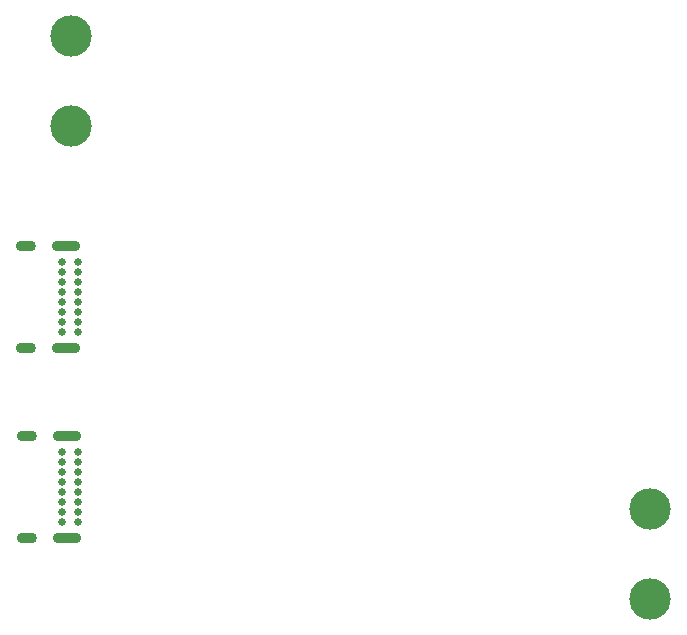
<source format=gbr>
%TF.GenerationSoftware,KiCad,Pcbnew,9.0.4*%
%TF.CreationDate,2025-09-04T23:05:58-07:00*%
%TF.ProjectId,PiTrac Pi Connector,50695472-6163-4205-9069-20436f6e6e65,rev?*%
%TF.SameCoordinates,Original*%
%TF.FileFunction,Paste,Bot*%
%TF.FilePolarity,Positive*%
%FSLAX46Y46*%
G04 Gerber Fmt 4.6, Leading zero omitted, Abs format (unit mm)*
G04 Created by KiCad (PCBNEW 9.0.4) date 2025-09-04 23:05:58*
%MOMM*%
%LPD*%
G01*
G04 APERTURE LIST*
%ADD10C,0.654000*%
%ADD11O,2.400000X0.900000*%
%ADD12O,1.700000X0.900000*%
%ADD13C,3.500000*%
G04 APERTURE END LIST*
D10*
%TO.C,J4*%
X100060000Y-82700000D03*
X100060000Y-83550000D03*
X100060000Y-84400000D03*
X100060000Y-85250000D03*
X100060000Y-86100000D03*
X100060000Y-86950000D03*
X100060000Y-87800000D03*
X100060000Y-88650000D03*
X98710000Y-88650000D03*
X98710000Y-87800000D03*
X98710000Y-86950000D03*
X98710000Y-86100000D03*
X98710000Y-85250000D03*
X98710000Y-84400000D03*
X98710000Y-83550000D03*
X98710000Y-82700000D03*
D11*
X99080000Y-81350000D03*
X99080000Y-90000000D03*
D12*
X95700000Y-81350000D03*
X95700000Y-90000000D03*
%TD*%
D13*
%TO.C,J1*%
X99460000Y-63560000D03*
X99460000Y-71180000D03*
%TD*%
D10*
%TO.C,J3*%
X100100000Y-98775000D03*
X100100000Y-99625000D03*
X100100000Y-100475000D03*
X100100000Y-101325000D03*
X100100000Y-102175000D03*
X100100000Y-103025000D03*
X100100000Y-103875000D03*
X100100000Y-104725000D03*
X98750000Y-104725000D03*
X98750000Y-103875000D03*
X98750000Y-103025000D03*
X98750000Y-102175000D03*
X98750000Y-101325000D03*
X98750000Y-100475000D03*
X98750000Y-99625000D03*
X98750000Y-98775000D03*
D11*
X99120000Y-97425000D03*
X99120000Y-106075000D03*
D12*
X95740000Y-97425000D03*
X95740000Y-106075000D03*
%TD*%
D13*
%TO.C,J2*%
X148500000Y-111260000D03*
X148500000Y-103640000D03*
%TD*%
M02*

</source>
